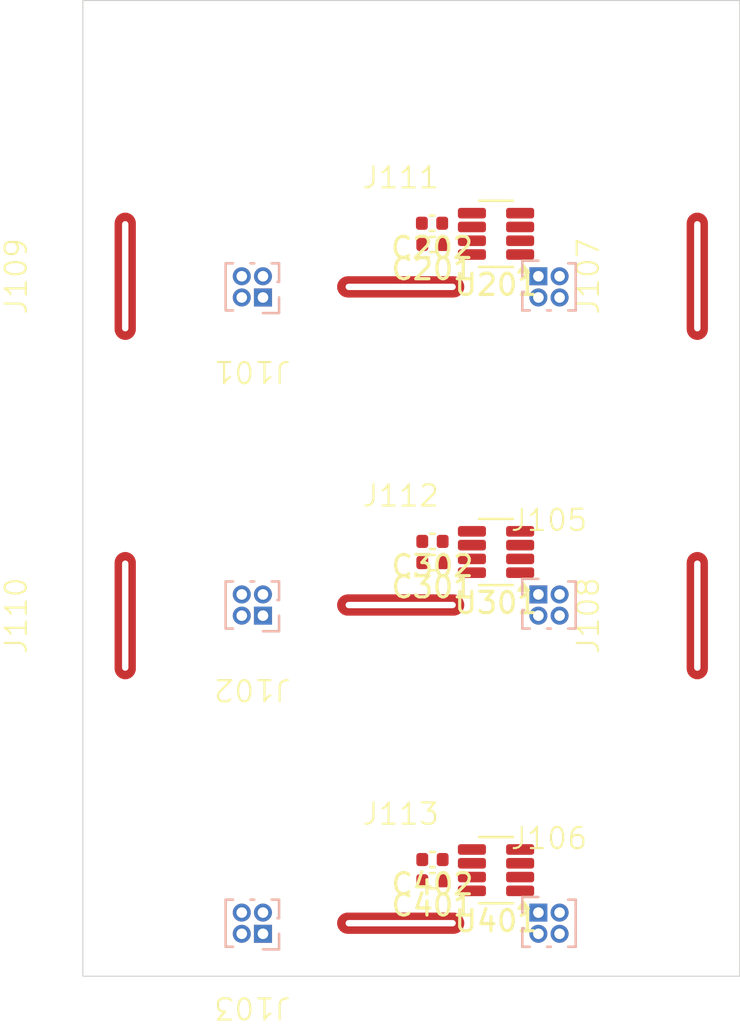
<source format=kicad_pcb>
(kicad_pcb (version 20241229) (generator "pcbnew") (generator_version "9.0")
  (layers (0 "F.Cu" signal) (2 "B.Cu" signal) (13 "F.Paste" user) (15 "B.Paste" user) (5 "F.SilkS" user "F.Silkscreen") (7 "B.SilkS" user "B.Silkscreen") (1 "F.Mask" user) (3 "B.Mask" user) (25 "Edge.Cuts" user))
  (property "AUTHOR" "arminstr")
  (property "REV" "1.0")
  (property "SUBTITLE" "drvr")
  (property "TITLE" "mcrmv")
  (net 0 "")
  (net 1 "+5V")
  (net 2 "GND")
  (net 3 "+12V")
  (net 4 "/GH_P1_1")
  (net 5 "/S1_N")
  (net 6 "/GH_P1_2")
  (net 7 "/S1_P")
  (net 8 "/GH_P2_2")
  (net 9 "/GH_P2_1")
  (net 10 "/S2_N")
  (net 11 "/S2_P")
  (net 12 "/S3_P")
  (net 13 "/S3_N")
  (net 14 "/GH_P3_2")
  (net 15 "/GH_P3_1")
  (net 16 "/GL_P1_2")
  (net 17 "/GL_P1_1")
  (net 18 "/NTC1")
  (net 19 "/GL_P2_2")
  (net 20 "/GL_P2_1")
  (net 21 "/NTC2")
  (net 22 "/GL_P3_1")
  (net 23 "/GL_P3_2")
  (net 24 "/NTC3")
  (net 25 "/P2")
  (net 26 "/P3")
  (net 27 "+80V")
  (net 28 "/P1")
  (net 29 "/I_P1")
  (net 30 "/I_P2")
  (net 31 "/I_P3")
  (footprint "mcrmv:0.1x5mm_Strip_Cutout" (layer "F.Cu") (at 153 85 90)
    (property "Reference" "J110" (at 0 -5.15 90) (layer "F.SilkS") (effects (font (thickness 0.1))))
    (property "Value" "pwrCon_Solder_5mm")
    (pad "1" thru_hole roundrect (at 0 0 90) (size 6 1) (drill oval 5.2 0.3) (layers "*.Cu" "*.Mask") (remove_unused_layers yes) (roundrect_rratio 0.5) (net 2 "GND"))
    (pad "1" smd roundrect (at 0 0 90) (size 6 1) (layers "F.Cu" "F.Mask" "F.Paste") (roundrect_rratio 0.5) (net 2 "GND"))
  )
  (footprint "mcrmv:PinHeader2x2_1mm_Solder" (layer "F.Cu") (at 173 99.5)
    (property "Reference" "J106" (at 0 -4 0) (layer "F.SilkS") (effects (font (thickness 0.1))))
    (property "Value" "PinHeader2x2")
    (fp_line (start -1.26 -1.235) (end -0.5 -1.235) (stroke (width 0.12)) (layer "B.SilkS"))
    (fp_line (start -1.26 -0.5) (end -1.26 -1.235) (stroke (width 0.12)) (layer "B.SilkS"))
    (fp_line (start -1.26 0.235) (end -1.26 1.11) (stroke (width 0.12)) (layer "B.SilkS"))
    (fp_line (start -1.26 0.235) (end -1.185565 0.235) (stroke (width 0.12)) (layer "B.SilkS"))
    (fp_line (start -1.26 1.11) (end -0.91003 1.11) (stroke (width 0.12)) (layer "B.SilkS"))
    (fp_line (start -0.08997 1.11) (end 0.08997 1.11) (stroke (width 0.12)) (layer "B.SilkS"))
    (fp_line (start 0.91003 -1.11) (end 1.26 -1.11) (stroke (width 0.12)) (layer "B.SilkS"))
    (fp_line (start 0.91003 1.11) (end 1.26 1.11) (stroke (width 0.12)) (layer "B.SilkS"))
    (fp_line (start 1.26 -1.11) (end 1.26 1.11) (stroke (width 0.12)) (layer "B.SilkS"))
    (pad "1" thru_hole rect (at -0.5 -0.5) (size 0.85 0.85) (drill 0.5) (layers "*.Cu" "*.Mask") (net 12 "/S3_P"))
    (pad "2" thru_hole circle (at 0.5 -0.5) (size 0.85 0.85) (drill 0.5) (layers "*.Cu" "*.Mask") (net 15 "/GH_P3_1"))
    (pad "3" thru_hole circle (at -0.5 0.5) (size 0.85 0.85) (drill 0.5) (layers "*.Cu" "*.Mask") (net 13 "/S3_N"))
    (pad "4" thru_hole circle (at 0.5 0.5) (size 0.85 0.85) (drill 0.5) (layers "*.Cu" "*.Mask") (net 14 "/GH_P3_2"))
  )
  (footprint "" (layer "F.Cu") (at 153 58)
    (property "Reference" "" (at 0 0 0) (layer "F.SilkS") (effects (font (size 1.27 1.27))))
    (property "Value" "")
    (pad "" np_thru_hole circle (at 0 0) (size 2.2 2.2) (drill 2.2) (layers "*.Cu" "*.Mask"))
  )
  (footprint "mcrmv:PinHeader2x2_1mm_Solder" (layer "F.Cu") (at 173 69.5)
    (property "Reference" "J104" (hide yes))
    (property "Value" "PinHeader2x2")
    (fp_line (start -1.26 -1.235) (end -0.5 -1.235) (stroke (width 0.12)) (layer "B.SilkS"))
    (fp_line (start -1.26 -0.5) (end -1.26 -1.235) (stroke (width 0.12)) (layer "B.SilkS"))
    (fp_line (start -1.26 0.235) (end -1.26 1.11) (stroke (width 0.12)) (layer "B.SilkS"))
    (fp_line (start -1.26 0.235) (end -1.185565 0.235) (stroke (width 0.12)) (layer "B.SilkS"))
    (fp_line (start -1.26 1.11) (end -0.91003 1.11) (stroke (width 0.12)) (layer "B.SilkS"))
    (fp_line (start -0.08997 1.11) (end 0.08997 1.11) (stroke (width 0.12)) (layer "B.SilkS"))
    (fp_line (start 0.91003 -1.11) (end 1.26 -1.11) (stroke (width 0.12)) (layer "B.SilkS"))
    (fp_line (start 0.91003 1.11) (end 1.26 1.11) (stroke (width 0.12)) (layer "B.SilkS"))
    (fp_line (start 1.26 -1.11) (end 1.26 1.11) (stroke (width 0.12)) (layer "B.SilkS"))
    (pad "1" thru_hole rect (at -0.5 -0.5) (size 0.85 0.85) (drill 0.5) (layers "*.Cu" "*.Mask") (net 7 "/S1_P"))
    (pad "2" thru_hole circle (at 0.5 -0.5) (size 0.85 0.85) (drill 0.5) (layers "*.Cu" "*.Mask") (net 4 "/GH_P1_1"))
    (pad "3" thru_hole circle (at -0.5 0.5) (size 0.85 0.85) (drill 0.5) (layers "*.Cu" "*.Mask") (net 5 "/S1_N"))
    (pad "4" thru_hole circle (at 0.5 0.5) (size 0.85 0.85) (drill 0.5) (layers "*.Cu" "*.Mask") (net 6 "/GH_P1_2"))
  )
  (footprint "" (layer "F.Cu") (at 180 100)
    (property "Reference" "" (at 0 0 0) (layer "F.SilkS") (effects (font (size 1.27 1.27))))
    (property "Value" "")
    (pad "" np_thru_hole circle (at 0 0) (size 2.2 2.2) (drill 2.2) (layers "*.Cu" "*.Mask"))
  )
  (footprint "mcrmv:PinHeader2x2_1mm_Solder" (layer "F.Cu") (at 159 84.5 180)
    (property "Reference" "J102" (at 0 -4 180) (layer "F.SilkS") (effects (font (thickness 0.1))))
    (property "Value" "PinHeader2x2")
    (fp_line (start 1.26 -1.11) (end 1.26 1.11) (stroke (width 0.12)) (layer "B.SilkS"))
    (fp_line (start 0.91003 1.11) (end 1.26 1.11) (stroke (width 0.12)) (layer "B.SilkS"))
    (fp_line (start 0.91003 -1.11) (end 1.26 -1.11) (stroke (width 0.12)) (layer "B.SilkS"))
    (fp_line (start -0.08997 1.11) (end 0.08997 1.11) (stroke (width 0.12)) (layer "B.SilkS"))
    (fp_line (start -1.26 1.11) (end -0.91003 1.11) (stroke (width 0.12)) (layer "B.SilkS"))
    (fp_line (start -1.26 0.235) (end -1.185565 0.235) (stroke (width 0.12)) (layer "B.SilkS"))
    (fp_line (start -1.26 0.235) (end -1.26 1.11) (stroke (width 0.12)) (layer "B.SilkS"))
    (fp_line (start -1.26 -0.5) (end -1.26 -1.235) (stroke (width 0.12)) (layer "B.SilkS"))
    (fp_line (start -1.26 -1.235) (end -0.5 -1.235) (stroke (width 0.12)) (layer "B.SilkS"))
    (pad "1" thru_hole rect (at -0.5 -0.5 180) (size 0.85 0.85) (drill 0.5) (layers "*.Cu" "*.Mask") (net 19 "/GL_P2_2"))
    (pad "2" thru_hole circle (at 0.5 -0.5 180) (size 0.85 0.85) (drill 0.5) (layers "*.Cu" "*.Mask") (net 2 "GND"))
    (pad "3" thru_hole circle (at -0.5 0.5 180) (size 0.85 0.85) (drill 0.5) (layers "*.Cu" "*.Mask") (net 20 "/GL_P2_1"))
    (pad "4" thru_hole circle (at 0.5 0.5 180) (size 0.85 0.85) (drill 0.5) (layers "*.Cu" "*.Mask") (net 21 "/NTC2"))
  )
  (footprint "mcrmv:0.1x5mm_Strip_Cutout" (layer "F.Cu") (at 166 84.5)
    (property "Reference" "J112" (at 0 -5.15 0) (layer "F.SilkS") (effects (font (thickness 0.1))))
    (property "Value" "pwrCon_Solder_5mm")
    (pad "1" thru_hole roundrect (at 0 0) (size 6 1) (drill oval 5.2 0.3) (layers "*.Cu" "*.Mask") (remove_unused_layers yes) (roundrect_rratio 0.5) (net 25 "/P2"))
    (pad "1" smd roundrect (at 0 0) (size 6 1) (layers "F.Cu" "F.Mask" "F.Paste") (roundrect_rratio 0.5) (net 25 "/P2"))
  )
  (footprint "Package_TO_SOT_SMD:SOT-23-8" (layer "F.Cu") (at 170.5 67 180)
    (property "Reference" "U201" (at 0 -2.4 0) (layer "F.SilkS"))
    (property "Value" "INA241A5xDDF")
    (fp_line (start 0 1.56) (end 0.8 1.56) (stroke (width 0.12)) (layer "F.SilkS"))
    (fp_line (start 0 1.56) (end -0.8 1.56) (stroke (width 0.12)) (layer "F.SilkS"))
    (fp_line (start 0 -1.56) (end 0.8 -1.56) (stroke (width 0.12)) (layer "F.SilkS"))
    (fp_line (start 0 -1.56) (end -0.8 -1.56) (stroke (width 0.12)) (layer "F.SilkS"))
    (fp_poly (pts (xy -1.3 -1.485) (xy -1.54 -1.815) (xy -1.06 -1.815)) (stroke (width 0.12)) (fill yes) (layer "F.SilkS"))
    (pad "1" smd roundrect (at -1.1375 -0.975 180) (size 1.325 0.5) (layers "F.Cu" "F.Mask" "F.Paste") (net 7 "/S1_P"))
    (pad "2" smd roundrect (at -1.1375 -0.325 180) (size 1.325 0.5) (layers "F.Cu" "F.Mask" "F.Paste") (net 2 "GND"))
    (pad "3" smd roundrect (at -1.1375 0.325 180) (size 1.325 0.5) (layers "F.Cu" "F.Mask" "F.Paste") (net 2 "GND"))
    (pad "4" smd roundrect (at -1.1375 0.975 180) (size 1.325 0.5) (layers "F.Cu" "F.Mask" "F.Paste") (net 2 "GND"))
    (pad "5" smd roundrect (at 1.1375 0.975 180) (size 1.325 0.5) (layers "F.Cu" "F.Mask" "F.Paste") (net 29 "/I_P1"))
    (pad "6" smd roundrect (at 1.1375 0.325 180) (size 1.325 0.5) (layers "F.Cu" "F.Mask" "F.Paste") (net 3 "+12V"))
    (pad "7" smd roundrect (at 1.1375 -0.325 180) (size 1.325 0.5) (layers "F.Cu" "F.Mask" "F.Paste") (net 1 "+5V"))
    (pad "8" smd roundrect (at 1.1375 -0.975 180) (size 1.325 0.5) (layers "F.Cu" "F.Mask" "F.Paste") (net 5 "/S1_N"))
  )
  (footprint "Capacitor_SMD:C_0402_1005Metric" (layer "F.Cu") (at 167.48 66.5 180)
    (property "Reference" "C202" (at 0 -1.16 0) (layer "F.SilkS"))
    (property "Value" "100nF")
    (fp_line (start -0.107836 0.36) (end 0.107836 0.36) (stroke (width 0.12)) (layer "F.SilkS"))
    (fp_line (start -0.107836 -0.36) (end 0.107836 -0.36) (stroke (width 0.12)) (layer "F.SilkS"))
    (pad "1" smd roundrect (at -0.48 0 180) (size 0.56 0.62) (layers "F.Cu" "F.Mask" "F.Paste") (net 3 "+12V"))
    (pad "2" smd roundrect (at 0.48 0 180) (size 0.56 0.62) (layers "F.Cu" "F.Mask" "F.Paste") (net 2 "GND"))
  )
  (footprint "mcrmv:PinHeader2x2_1mm_Solder" (layer "F.Cu") (at 159 69.5 180)
    (property "Reference" "J101" (at 0 -4 180) (layer "F.SilkS") (effects (font (thickness 0.1))))
    (property "Value" "PinHeader2x2")
    (fp_line (start 1.26 -1.11) (end 1.26 1.11) (stroke (width 0.12)) (layer "B.SilkS"))
    (fp_line (start 0.91003 1.11) (end 1.26 1.11) (stroke (width 0.12)) (layer "B.SilkS"))
    (fp_line (start 0.91003 -1.11) (end 1.26 -1.11) (stroke (width 0.12)) (layer "B.SilkS"))
    (fp_line (start -0.08997 1.11) (end 0.08997 1.11) (stroke (width 0.12)) (layer "B.SilkS"))
    (fp_line (start -1.26 1.11) (end -0.91003 1.11) (stroke (width 0.12)) (layer "B.SilkS"))
    (fp_line (start -1.26 0.235) (end -1.185565 0.235) (stroke (width 0.12)) (layer "B.SilkS"))
    (fp_line (start -1.26 0.235) (end -1.26 1.11) (stroke (width 0.12)) (layer "B.SilkS"))
    (fp_line (start -1.26 -0.5) (end -1.26 -1.235) (stroke (width 0.12)) (layer "B.SilkS"))
    (fp_line (start -1.26 -1.235) (end -0.5 -1.235) (stroke (width 0.12)) (layer "B.SilkS"))
    (pad "1" thru_hole rect (at -0.5 -0.5 180) (size 0.85 0.85) (drill 0.5) (layers "*.Cu" "*.Mask") (net 16 "/GL_P1_2"))
    (pad "2" thru_hole circle (at 0.5 -0.5 180) (size 0.85 0.85) (drill 0.5) (layers "*.Cu" "*.Mask") (net 2 "GND"))
    (pad "3" thru_hole circle (at -0.5 0.5 180) (size 0.85 0.85) (drill 0.5) (layers "*.Cu" "*.Mask") (net 17 "/GL_P1_1"))
    (pad "4" thru_hole circle (at 0.5 0.5 180) (size 0.85 0.85) (drill 0.5) (layers "*.Cu" "*.Mask") (net 18 "/NTC1"))
  )
  (footprint "" (layer "F.Cu") (at 180 58)
    (property "Reference" "" (at 0 0 0) (layer "F.SilkS") (effects (font (size 1.27 1.27))))
    (property "Value" "")
    (pad "" np_thru_hole circle (at 0 0) (size 2.2 2.2) (drill 2.2) (layers "*.Cu" "*.Mask"))
  )
  (footprint "Capacitor_SMD:C_0402_1005Metric" (layer "F.Cu") (at 167.5 96.5 180)
    (property "Reference" "C402" (at 0 -1.16 0) (layer "F.SilkS"))
    (property "Value" "100nF")
    (fp_line (start -0.107836 0.36) (end 0.107836 0.36) (stroke (width 0.12)) (layer "F.SilkS"))
    (fp_line (start -0.107836 -0.36) (end 0.107836 -0.36) (stroke (width 0.12)) (layer "F.SilkS"))
    (pad "1" smd roundrect (at -0.48 0 180) (size 0.56 0.62) (layers "F.Cu" "F.Mask" "F.Paste") (net 3 "+12V"))
    (pad "2" smd roundrect (at 0.48 0 180) (size 0.56 0.62) (layers "F.Cu" "F.Mask" "F.Paste") (net 2 "GND"))
  )
  (footprint "Capacitor_SMD:C_0402_1005Metric" (layer "F.Cu") (at 167.5 67.5 180)
    (property "Reference" "C201" (at 0 -1.16 0) (layer "F.SilkS"))
    (property "Value" "100nF")
    (fp_line (start -0.107836 0.36) (end 0.107836 0.36) (stroke (width 0.12)) (layer "F.SilkS"))
    (fp_line (start -0.107836 -0.36) (end 0.107836 -0.36) (stroke (width 0.12)) (layer "F.SilkS"))
    (pad "1" smd roundrect (at -0.48 0 180) (size 0.56 0.62) (layers "F.Cu" "F.Mask" "F.Paste") (net 1 "+5V"))
    (pad "2" smd roundrect (at 0.48 0 180) (size 0.56 0.62) (layers "F.Cu" "F.Mask" "F.Paste") (net 2 "GND"))
  )
  (footprint "mcrmv:0.1x5mm_Strip_Cutout" (layer "F.Cu") (at 153 69 90)
    (property "Reference" "J109" (at 0 -5.15 90) (layer "F.SilkS") (effects (font (thickness 0.1))))
    (property "Value" "pwrCon_Solder_5mm")
    (pad "1" thru_hole roundrect (at 0 0 90) (size 6 1) (drill oval 5.2 0.3) (layers "*.Cu" "*.Mask") (remove_unused_layers yes) (roundrect_rratio 0.5) (net 2 "GND"))
    (pad "1" smd roundrect (at 0 0 90) (size 6 1) (layers "F.Cu" "F.Mask" "F.Paste") (roundrect_rratio 0.5) (net 2 "GND"))
  )
  (footprint "mcrmv:0.1x5mm_Strip_Cutout" (layer "F.Cu") (at 166 69.5)
    (property "Reference" "J111" (at 0 -5.15 0) (layer "F.SilkS") (effects (font (thickness 0.1))))
    (property "Value" "pwrCon_Solder_5mm")
    (pad "1" thru_hole roundrect (at 0 0) (size 6 1) (drill oval 5.2 0.3) (layers "*.Cu" "*.Mask") (remove_unused_layers yes) (roundrect_rratio 0.5) (net 28 "/P1"))
    (pad "1" smd roundrect (at 0 0) (size 6 1) (layers "F.Cu" "F.Mask" "F.Paste") (roundrect_rratio 0.5) (net 28 "/P1"))
  )
  (footprint "mcrmv:PinHeader2x2_1mm_Solder" (layer "F.Cu") (at 173 84.5)
    (property "Reference" "J105" (at 0 -4 0) (layer "F.SilkS") (effects (font (thickness 0.1))))
    (property "Value" "PinHeader2x2")
    (fp_line (start -1.26 -1.235) (end -0.5 -1.235) (stroke (width 0.12)) (layer "B.SilkS"))
    (fp_line (start -1.26 -0.5) (end -1.26 -1.235) (stroke (width 0.12)) (layer "B.SilkS"))
    (fp_line (start -1.26 0.235) (end -1.26 1.11) (stroke (width 0.12)) (layer "B.SilkS"))
    (fp_line (start -1.26 0.235) (end -1.185565 0.235) (stroke (width 0.12)) (layer "B.SilkS"))
    (fp_line (start -1.26 1.11) (end -0.91003 1.11) (stroke (width 0.12)) (layer "B.SilkS"))
    (fp_line (start -0.08997 1.11) (end 0.08997 1.11) (stroke (width 0.12)) (layer "B.SilkS"))
    (fp_line (start 0.91003 -1.11) (end 1.26 -1.11) (stroke (width 0.12)) (layer "B.SilkS"))
    (fp_line (start 0.91003 1.11) (end 1.26 1.11) (stroke (width 0.12)) (layer "B.SilkS"))
    (fp_line (start 1.26 -1.11) (end 1.26 1.11) (stroke (width 0.12)) (layer "B.SilkS"))
    (pad "1" thru_hole rect (at -0.5 -0.5) (size 0.85 0.85) (drill 0.5) (layers "*.Cu" "*.Mask") (net 11 "/S2_P"))
    (pad "2" thru_hole circle (at 0.5 -0.5) (size 0.85 0.85) (drill 0.5) (layers "*.Cu" "*.Mask") (net 9 "/GH_P2_1"))
    (pad "3" thru_hole circle (at -0.5 0.5) (size 0.85 0.85) (drill 0.5) (layers "*.Cu" "*.Mask") (net 10 "/S2_N"))
    (pad "4" thru_hole circle (at 0.5 0.5) (size 0.85 0.85) (drill 0.5) (layers "*.Cu" "*.Mask") (net 8 "/GH_P2_2"))
  )
  (footprint "" (layer "F.Cu") (at 153 100)
    (property "Reference" "" (at 0 0 0) (layer "F.SilkS") (effects (font (size 1.27 1.27))))
    (property "Value" "")
    (pad "" np_thru_hole circle (at 0 0) (size 2.2 2.2) (drill 2.2) (layers "*.Cu" "*.Mask"))
  )
  (footprint "mcrmv:0.1x5mm_Strip_Cutout" (layer "F.Cu") (at 166 99.5)
    (property "Reference" "J113" (at 0 -5.15 0) (layer "F.SilkS") (effects (font (thickness 0.1))))
    (property "Value" "pwrCon_Solder_5mm")
    (pad "1" thru_hole roundrect (at 0 0) (size 6 1) (drill oval 5.2 0.3) (layers "*.Cu" "*.Mask") (remove_unused_layers yes) (roundrect_rratio 0.5) (net 26 "/P3"))
    (pad "1" smd roundrect (at 0 0) (size 6 1) (layers "F.Cu" "F.Mask" "F.Paste") (roundrect_rratio 0.5) (net 26 "/P3"))
  )
  (footprint "Capacitor_SMD:C_0402_1005Metric" (layer "F.Cu") (at 167.5 97.5 180)
    (property "Reference" "C401" (at 0 -1.16 0) (layer "F.SilkS"))
    (property "Value" "100nF")
    (fp_line (start -0.107836 0.36) (end 0.107836 0.36) (stroke (width 0.12)) (layer "F.SilkS"))
    (fp_line (start -0.107836 -0.36) (end 0.107836 -0.36) (stroke (width 0.12)) (layer "F.SilkS"))
    (pad "1" smd roundrect (at -0.48 0 180) (size 0.56 0.62) (layers "F.Cu" "F.Mask" "F.Paste") (net 1 "+5V"))
    (pad "2" smd roundrect (at 0.48 0 180) (size 0.56 0.62) (layers "F.Cu" "F.Mask" "F.Paste") (net 2 "GND"))
  )
  (footprint "mcrmv:PinHeader2x2_1mm_Solder" (layer "F.Cu") (at 159 99.5 180)
    (property "Reference" "J103" (at 0 -4 180) (layer "F.SilkS") (effects (font (thickness 0.1))))
    (property "Value" "PinHeader2x2")
    (fp_line (start 1.26 -1.11) (end 1.26 1.11) (stroke (width 0.12)) (layer "B.SilkS"))
    (fp_line (start 0.91003 1.11) (end 1.26 1.11) (stroke (width 0.12)) (layer "B.SilkS"))
    (fp_line (start 0.91003 -1.11) (end 1.26 -1.11) (stroke (width 0.12)) (layer "B.SilkS"))
    (fp_line (start -0.08997 1.11) (end 0.08997 1.11) (stroke (width 0.12)) (layer "B.SilkS"))
    (fp_line (start -1.26 1.11) (end -0.91003 1.11) (stroke (width 0.12)) (layer "B.SilkS"))
    (fp_line (start -1.26 0.235) (end -1.185565 0.235) (stroke (width 0.12)) (layer "B.SilkS"))
    (fp_line (start -1.26 0.235) (end -1.26 1.11) (stroke (width 0.12)) (layer "B.SilkS"))
    (fp_line (start -1.26 -0.5) (end -1.26 -1.235) (stroke (width 0.12)) (layer "B.SilkS"))
    (fp_line (start -1.26 -1.235) (end -0.5 -1.235) (stroke (width 0.12)) (layer "B.SilkS"))
    (pad "1" thru_hole rect (at -0.5 -0.5 180) (size 0.85 0.85) (drill 0.5) (layers "*.Cu" "*.Mask") (net 23 "/GL_P3_2"))
    (pad "2" thru_hole circle (at 0.5 -0.5 180) (size 0.85 0.85) (drill 0.5) (layers "*.Cu" "*.Mask") (net 2 "GND"))
    (pad "3" thru_hole circle (at -0.5 0.5 180) (size 0.85 0.85) (drill 0.5) (layers "*.Cu" "*.Mask") (net 22 "/GL_P3_1"))
    (pad "4" thru_hole circle (at 0.5 0.5 180) (size 0.85 0.85) (drill 0.5) (layers "*.Cu" "*.Mask") (net 24 "/NTC3"))
  )
  (footprint "Capacitor_SMD:C_0402_1005Metric" (layer "F.Cu") (at 167.5 82.5 180)
    (property "Reference" "C301" (at 0 -1.16 0) (layer "F.SilkS"))
    (property "Value" "100nF")
    (fp_line (start -0.107836 0.36) (end 0.107836 0.36) (stroke (width 0.12)) (layer "F.SilkS"))
    (fp_line (start -0.107836 -0.36) (end 0.107836 -0.36) (stroke (width 0.12)) (layer "F.SilkS"))
    (pad "1" smd roundrect (at -0.48 0 180) (size 0.56 0.62) (layers "F.Cu" "F.Mask" "F.Paste") (net 1 "+5V"))
    (pad "2" smd roundrect (at 0.48 0 180) (size 0.56 0.62) (layers "F.Cu" "F.Mask" "F.Paste") (net 2 "GND"))
  )
  (footprint "Package_TO_SOT_SMD:SOT-23-8" (layer "F.Cu") (at 170.5 97 180)
    (property "Reference" "U401" (at 0 -2.4 0) (layer "F.SilkS"))
    (property "Value" "INA241A5xDDF")
    (fp_line (start 0 1.56) (end 0.8 1.56) (stroke (width 0.12)) (layer "F.SilkS"))
    (fp_line (start 0 1.56) (end -0.8 1.56) (stroke (width 0.12)) (layer "F.SilkS"))
    (fp_line (start 0 -1.56) (end 0.8 -1.56) (stroke (width 0.12)) (layer "F.SilkS"))
    (fp_line (start 0 -1.56) (end -0.8 -1.56) (stroke (width 0.12)) (layer "F.SilkS"))
    (fp_poly (pts (xy -1.3 -1.485) (xy -1.54 -1.815) (xy -1.06 -1.815)) (stroke (width 0.12)) (fill yes) (layer "F.SilkS"))
    (pad "1" smd roundrect (at -1.1375 -0.975 180) (size 1.325 0.5) (layers "F.Cu" "F.Mask" "F.Paste") (net 12 "/S3_P"))
    (pad "2" smd roundrect (at -1.1375 -0.325 180) (size 1.325 0.5) (layers "F.Cu" "F.Mask" "F.Paste") (net 2 "GND"))
    (pad "3" smd roundrect (at -1.1375 0.325 180) (size 1.325 0.5) (layers "F.Cu" "F.Mask" "F.Paste") (net 2 "GND"))
    (pad "4" smd roundrect (at -1.1375 0.975 180) (size 1.325 0.5) (layers "F.Cu" "F.Mask" "F.Paste") (net 2 "GND"))
    (pad "5" smd roundrect (at 1.1375 0.975 180) (size 1.325 0.5) (layers "F.Cu" "F.Mask" "F.Paste") (net 31 "/I_P3"))
    (pad "6" smd roundrect (at 1.1375 0.325 180) (size 1.325 0.5) (layers "F.Cu" "F.Mask" "F.Paste") (net 3 "+12V"))
    (pad "7" smd roundrect (at 1.1375 -0.325 180) (size 1.325 0.5) (layers "F.Cu" "F.Mask" "F.Paste") (net 1 "+5V"))
    (pad "8" smd roundrect (at 1.1375 -0.975 180) (size 1.325 0.5) (layers "F.Cu" "F.Mask" "F.Paste") (net 13 "/S3_N"))
  )
  (footprint "mcrmv:0.1x5mm_Strip_Cutout" (layer "F.Cu") (at 180 69 90)
    (property "Reference" "J107" (at 0 -5.15 90) (layer "F.SilkS") (effects (font (thickness 0.1))))
    (property "Value" "pwrCon_Solder_5mm")
    (pad "1" thru_hole roundrect (at 0 0 90) (size 6 1) (drill oval 5.2 0.3) (layers "*.Cu" "*.Mask") (remove_unused_layers yes) (roundrect_rratio 0.5) (net 27 "+80V"))
    (pad "1" smd roundrect (at 0 0 90) (size 6 1) (layers "F.Cu" "F.Mask" "F.Paste") (roundrect_rratio 0.5) (net 27 "+80V"))
  )
  (footprint "Package_TO_SOT_SMD:SOT-23-8" (layer "F.Cu") (at 170.5 82 180)
    (property "Reference" "U301" (at 0 -2.4 0) (layer "F.SilkS"))
    (property "Value" "INA241A5xDDF")
    (fp_line (start 0 1.56) (end 0.8 1.56) (stroke (width 0.12)) (layer "F.SilkS"))
    (fp_line (start 0 1.56) (end -0.8 1.56) (stroke (width 0.12)) (layer "F.SilkS"))
    (fp_line (start 0 -1.56) (end 0.8 -1.56) (stroke (width 0.12)) (layer "F.SilkS"))
    (fp_line (start 0 -1.56) (end -0.8 -1.56) (stroke (width 0.12)) (layer "F.SilkS"))
    (fp_poly (pts (xy -1.3 -1.485) (xy -1.54 -1.815) (xy -1.06 -1.815)) (stroke (width 0.12)) (fill yes) (layer "F.SilkS"))
    (pad "1" smd roundrect (at -1.1375 -0.975 180) (size 1.325 0.5) (layers "F.Cu" "F.Mask" "F.Paste") (net 11 "/S2_P"))
    (pad "2" smd roundrect (at -1.1375 -0.325 180) (size 1.325 0.5) (layers "F.Cu" "F.Mask" "F.Paste") (net 2 "GND"))
    (pad "3" smd roundrect (at -1.1375 0.325 180) (size 1.325 0.5) (layers "F.Cu" "F.Mask" "F.Paste") (net 2 "GND"))
    (pad "4" smd roundrect (at -1.1375 0.975 180) (size 1.325 0.5) (layers "F.Cu" "F.Mask" "F.Paste") (net 2 "GND"))
    (pad "5" smd roundrect (at 1.1375 0.975 180) (size 1.325 0.5) (layers "F.Cu" "F.Mask" "F.Paste") (net 30 "/I_P2"))
    (pad "6" smd roundrect (at 1.1375 0.325 180) (size 1.325 0.5) (layers "F.Cu" "F.Mask" "F.Paste") (net 3 "+12V"))
    (pad "7" smd roundrect (at 1.1375 -0.325 180) (size 1.325 0.5) (layers "F.Cu" "F.Mask" "F.Paste") (net 1 "+5V"))
    (pad "8" smd roundrect (at 1.1375 -0.975 180) (size 1.325 0.5) (layers "F.Cu" "F.Mask" "F.Paste") (net 10 "/S2_N"))
  )
  (footprint "mcrmv:0.1x5mm_Strip_Cutout" (layer "F.Cu") (at 180 85 90)
    (property "Reference" "J108" (at 0 -5.15 90) (layer "F.SilkS") (effects (font (thickness 0.1))))
    (property "Value" "pwrCon_Solder_5mm")
    (pad "1" thru_hole roundrect (at 0 0 90) (size 6 1) (drill oval 5.2 0.3) (layers "*.Cu" "*.Mask") (remove_unused_layers yes) (roundrect_rratio 0.5) (net 27 "+80V"))
    (pad "1" smd roundrect (at 0 0 90) (size 6 1) (layers "F.Cu" "F.Mask" "F.Paste") (roundrect_rratio 0.5) (net 27 "+80V"))
  )
  (footprint "Capacitor_SMD:C_0402_1005Metric" (layer "F.Cu") (at 167.5 81.5 180)
    (property "Reference" "C302" (at 0 -1.16 0) (layer "F.SilkS"))
    (property "Value" "100nF")
    (fp_line (start -0.107836 0.36) (end 0.107836 0.36) (stroke (width 0.12)) (layer "F.SilkS"))
    (fp_line (start -0.107836 -0.36) (end 0.107836 -0.36) (stroke (width 0.12)) (layer "F.SilkS"))
    (pad "1" smd roundrect (at -0.48 0 180) (size 0.56 0.62) (layers "F.Cu" "F.Mask" "F.Paste") (net 3 "+12V"))
    (pad "2" smd roundrect (at 0.48 0 180) (size 0.56 0.62) (layers "F.Cu" "F.Mask" "F.Paste") (net 2 "GND"))
  )
  (gr_line (start 151 102) (end 182 102) (stroke (width 0.05)) (layer "Edge.Cuts"))
  (gr_line (start 182 102) (end 182 56) (stroke (width 0.05)) (layer "Edge.Cuts"))
  (gr_line (start 151 56) (end 151 102) (stroke (width 0.05)) (layer "Edge.Cuts"))
  (gr_line (start 182 56) (end 151 56) (stroke (width 0.05)) (layer "Edge.Cuts"))
)
</source>
